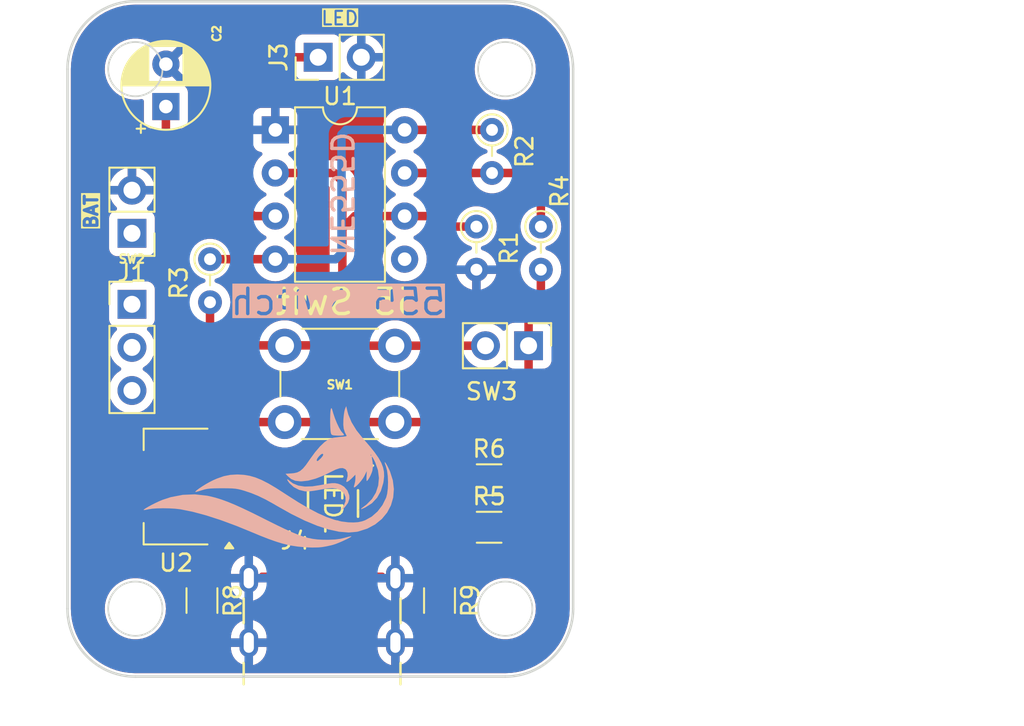
<source format=kicad_pcb>
(kicad_pcb (version 20240108) (generator "pcbnew") (generator_version "8.0")
  (layers (0 "F.Cu" signal) (31 "B.Cu" signal) (34 "B.Paste" user) (35 "F.Paste" user) (36 "B.SilkS" user "B.Silkscreen") (37 "F.SilkS" user "F.Silkscreen") (38 "B.Mask" user) (39 "F.Mask" user) (44 "Edge.Cuts" user))
  (net 0 "")
  (net 1 "Net-(C2-Pad1)")
  (net 2 "GND")
  (net 3 "Net-(U1-THR)")
  (net 4 "/VBAT")
  (net 5 "Net-(U1-DIS)")
  (net 7 "Net-(J4-CC1)")
  (net 8 "/VUSB")
  (net 9 "Net-(J3-Pin_1)")
  (net 10 "Net-(J4-CC2)")
  (net 11 "Net-(LED1-GND-Pad4)")
  (net 12 "/3V3")
  (net 13 "Net-(LED1-GND-Pad1)")
  (net 14 "VCC")
  (footprint "Package_TO_SOT_SMD:SOT-223-3_TabPin2" (layer "F.Cu") (at 116 115 180)
    (property "Reference" "U2" (at 0 -4.5 0) (layer "F.SilkS"))
    (property "Value" "AMS1117-3V3")
    (fp_line (start 1.91 3.41) (end 1.91 2.15) (stroke (width 0.12)) (layer "F.SilkS"))
    (fp_line (start 1.91 -3.41) (end 1.91 -2.15) (stroke (width 0.12)) (layer "F.SilkS"))
    (fp_line (start -1.85 3.41) (end 1.91 3.41) (stroke (width 0.12)) (layer "F.SilkS"))
    (fp_line (start -1.85 -3.41) (end 1.91 -3.41) (stroke (width 0.12)) (layer "F.SilkS"))
    (fp_poly (pts (xy -3.13 -3.31) (xy -3.37 -3.64) (xy -2.89 -3.64) (xy -3.13 -3.31)) (stroke (width 0.12)) (fill solid) (layer "F.SilkS"))
    (pad "1" smd roundrect (at -3.15 -2.3 180) (size 2 1.5) (layers "F.Cu" "F.Paste" "F.Mask") (net 8 "/VUSB"))
    (pad "2" smd roundrect (at -3.15 0 180) (size 2 1.5) (layers "F.Cu" "F.Paste" "F.Mask") (net 2 "GND"))
    (pad "2" smd roundrect (at 3.15 0 180) (size 2 3.8) (layers "F.Cu" "F.Paste" "F.Mask") (net 2 "GND"))
    (pad "3" smd roundrect (at -3.15 2.3 180) (size 2 1.5) (layers "F.Cu" "F.Paste" "F.Mask") (net 12 "/3V3"))
  )
  (footprint "Capacitor_THT:CP_Radial_D5.0mm_P2.50mm" (layer "F.Cu") (at 115.4 92.605113 90)
    (property "Reference" "C2" (at 4.3 3 -90) (layer "F.SilkS") (effects (font (size 0.5 0.5) (thickness 0.125))))
    (property "Value" "10uF")
    (fp_line (start 1.29 -2.58) (end 1.29 2.58) (stroke (width 0.12)) (layer "F.SilkS"))
    (fp_line (start 1.25 -2.58) (end 1.25 2.58) (stroke (width 0.12)) (layer "F.SilkS"))
    (fp_line (start 1.33 -2.579) (end 1.33 2.579) (stroke (width 0.12)) (layer "F.SilkS"))
    (fp_line (start 1.37 -2.578) (end 1.37 2.578) (stroke (width 0.12)) (layer "F.SilkS"))
    (fp_line (start 1.41 -2.576) (end 1.41 2.576) (stroke (width 0.12)) (layer "F.SilkS"))
    (fp_line (start 1.45 -2.573) (end 1.45 2.573) (stroke (width 0.12)) (layer "F.SilkS"))
    (fp_line (start 1.49 -2.569) (end 1.49 -1.04) (stroke (width 0.12)) (layer "F.SilkS"))
    (fp_line (start 1.53 -2.565) (end 1.53 -1.04) (stroke (width 0.12)) (layer "F.SilkS"))
    (fp_line (start 1.57 -2.561) (end 1.57 -1.04) (stroke (width 0.12)) (layer "F.SilkS"))
    (fp_line (start 1.61 -2.556) (end 1.61 -1.04) (stroke (width 0.12)) (layer "F.SilkS"))
    (fp_line (start 1.65 -2.55) (end 1.65 -1.04) (stroke (width 0.12)) (layer "F.SilkS"))
    (fp_line (start 1.69 -2.543) (end 1.69 -1.04) (stroke (width 0.12)) (layer "F.SilkS"))
    (fp_line (start 1.73 -2.536) (end 1.73 -1.04) (stroke (width 0.12)) (layer "F.SilkS"))
    (fp_line (start 1.77 -2.528) (end 1.77 -1.04) (stroke (width 0.12)) (layer "F.SilkS"))
    (fp_line (start 1.81 -2.52) (end 1.81 -1.04) (stroke (width 0.12)) (layer "F.SilkS"))
    (fp_line (start 1.85 -2.511) (end 1.85 -1.04) (stroke (width 0.12)) (layer "F.SilkS"))
    (fp_line (start 1.89 -2.501) (end 1.89 -1.04) (stroke (width 0.12)) (layer "F.SilkS"))
    (fp_line (start 1.93 -2.491) (end 1.93 -1.04) (stroke (width 0.12)) (layer "F.SilkS"))
    (fp_line (start 1.971 -2.48) (end 1.971 -1.04) (stroke (width 0.12)) (layer "F.SilkS"))
    (fp_line (start 2.011 -2.468) (end 2.011 -1.04) (stroke (width 0.12)) (layer "F.SilkS"))
    (fp_line (start 2.051 -2.455) (end 2.051 -1.04) (stroke (width 0.12)) (layer "F.SilkS"))
    (fp_line (start 2.091 -2.442) (end 2.091 -1.04) (stroke (width 0.12)) (layer "F.SilkS"))
    (fp_line (start 2.131 -2.428) (end 2.131 -1.04) (stroke (width 0.12)) (layer "F.SilkS"))
    (fp_line (start 2.171 -2.414) (end 2.171 -1.04) (stroke (width 0.12)) (layer "F.SilkS"))
    (fp_line (start 2.211 -2.398) (end 2.211 -1.04) (stroke (width 0.12)) (layer "F.SilkS"))
    (fp_line (start 2.251 -2.382) (end 2.251 -1.04) (stroke (width 0.12)) (layer "F.SilkS"))
    (fp_line (start 2.291 -2.365) (end 2.291 -1.04) (stroke (width 0.12)) (layer "F.SilkS"))
    (fp_line (start 2.331 -2.348) (end 2.331 -1.04) (stroke (width 0.12)) (layer "F.SilkS"))
    (fp_line (start 2.371 -2.329) (end 2.371 -1.04) (stroke (width 0.12)) (layer "F.SilkS"))
    (fp_line (start 2.411 -2.31) (end 2.411 -1.04) (stroke (width 0.12)) (layer "F.SilkS"))
    (fp_line (start 2.451 -2.29) (end 2.451 -1.04) (stroke (width 0.12)) (layer "F.SilkS"))
    (fp_line (start 2.491 -2.268) (end 2.491 -1.04) (stroke (width 0.12)) (layer "F.SilkS"))
    (fp_line (start 2.531 -2.247) (end 2.531 -1.04) (stroke (width 0.12)) (layer "F.SilkS"))
    (fp_line (start 2.571 -2.224) (end 2.571 -1.04) (stroke (width 0.12)) (layer "F.SilkS"))
    (fp_line (start 2.611 -2.2) (end 2.611 -1.04) (stroke (width 0.12)) (layer "F.SilkS"))
    (fp_line (start 2.651 -2.175) (end 2.651 -1.04) (stroke (width 0.12)) (layer "F.SilkS"))
    (fp_line (start 2.691 -2.149) (end 2.691 -1.04) (stroke (width 0.12)) (layer "F.SilkS"))
    (fp_line (start 2.731 -2.122) (end 2.731 -1.04) (stroke (width 0.12)) (layer "F.SilkS"))
    (fp_line (start 2.771 -2.095) (end 2.771 -1.04) (stroke (width 0.12)) (layer "F.SilkS"))
    (fp_line (start 2.811 -2.065) (end 2.811 -1.04) (stroke (width 0.12)) (layer "F.SilkS"))
    (fp_line (start 2.851 -2.035) (end 2.851 -1.04) (stroke (width 0.12)) (layer "F.SilkS"))
    (fp_line (start 2.891 -2.004) (end 2.891 -1.04) (stroke (width 0.12)) (layer "F.SilkS"))
    (fp_line (start 2.931 -1.971) (end 2.931 -1.04) (stroke (width 0.12)) (layer "F.SilkS"))
    (fp_line (start 2.971 -1.937) (end 2.971 -1.04) (stroke (width 0.12)) (layer "F.SilkS"))
    (fp_line (start 3.011 -1.901) (end 3.011 -1.04) (stroke (width 0.12)) (layer "F.SilkS"))
    (fp_line (start 3.051 -1.864) (end 3.051 -1.04) (stroke (width 0.12)) (layer "F.SilkS"))
    (fp_line (start 3.091 -1.826) (end 3.091 -1.04) (stroke (width 0.12)) (layer "F.SilkS"))
    (fp_line (start 3.131 -1.785) (end 3.131 -1.04) (stroke (width 0.12)) (layer "F.SilkS"))
    (fp_line (start 3.171 -1.743) (end 3.171 -1.04) (stroke (width 0.12)) (layer "F.SilkS"))
    (fp_line (start -1.304775 -1.725) (end -1.304775 -1.225) (stroke (width 0.12)) (layer "F.SilkS"))
    (fp_line (start 3.211 -1.699) (end 3.211 -1.04) (stroke (width 0.12)) (layer "F.SilkS"))
    (fp_line (start 3.251 -1.653) (end 3.251 -1.04) (stroke (width 0.12)) (layer "F.SilkS"))
    (fp_line (start 3.291 -1.605) (end 3.291 -1.04) (stroke (width 0.12)) (layer "F.SilkS"))
    (fp_line (start 3.331 -1.554) (end 3.331 -1.04) (stroke (width 0.12)) (layer "F.SilkS"))
    (fp_line (start 3.371 -1.5) (end 3.371 -1.04) (stroke (width 0.12)) (layer "F.SilkS"))
    (fp_line (start -1.554775 -1.475) (end -1.054775 -1.475) (stroke (width 0.12)) (layer "F.SilkS"))
    (fp_line (start 3.411 -1.443) (end 3.411 -1.04) (stroke (width 0.12)) (layer "F.SilkS"))
    (fp_line (start 3.451 -1.383) (end 3.451 -1.04) (stroke (width 0.12)) (layer "F.SilkS"))
    (fp_line (start 3.491 -1.319) (end 3.491 -1.04) (stroke (width 0.12)) (layer "F.SilkS"))
    (fp_line (start 3.531 -1.251) (end 3.531 -1.04) (stroke (width 0.12)) (layer "F.SilkS"))
    (fp_line (start 3.571 -1.178) (end 3.571 1.178) (stroke (width 0.12)) (layer "F.SilkS"))
    (fp_line (start 3.611 -1.098) (end 3.611 1.098) (stroke (width 0.12)) (layer "F.SilkS"))
    (fp_line (start 3.651 -1.011) (end 3.651 1.011) (stroke (width 0.12)) (layer "F.SilkS"))
    (fp_line (start 3.691 -0.915) (end 3.691 0.915) (stroke (width 0.12)) (layer "F.SilkS"))
    (fp_line (start 3.731 -0.805) (end 3.731 0.805) (stroke (width 0.12)) (layer "F.SilkS"))
    (fp_line (start 3.771 -0.677) (end 3.771 0.677) (stroke (width 0.12)) (layer "F.SilkS"))
    (fp_line (start 3.811 -0.518) (end 3.811 0.518) (stroke (width 0.12)) (layer "F.SilkS"))
    (fp_line (start 3.851 -0.284) (end 3.851 0.284) (stroke (width 0.12)) (layer "F.SilkS"))
    (fp_line (start 3.531 1.04) (end 3.531 1.251) (stroke (width 0.12)) (layer "F.SilkS"))
    (fp_line (start 3.491 1.04) (end 3.491 1.319) (stroke (width 0.12)) (layer "F.SilkS"))
    (fp_line (start 3.451 1.04) (end 3.451 1.383) (stroke (width 0.12)) (layer "F.SilkS"))
    (fp_line (start 3.411 1.04) (end 3.411 1.443) (stroke (width 0.12)) (layer "F.SilkS"))
    (fp_line (start 3.371 1.04) (end 3.371 1.5) (stroke (width 0.12)) (layer "F.SilkS"))
    (fp_line (start 3.331 1.04) (end 3.331 1.554) (stroke (width 0.12)) (layer "F.SilkS"))
    (fp_line (start 3.291 1.04) (end 3.291 1.605) (stroke (width 0.12)) (layer "F.SilkS"))
    (fp_line (start 3.251 1.04) (end 3.251 1.653) (stroke (width 0.12)) (layer "F.SilkS"))
    (fp_line (start 3.211 1.04) (end 3.211 1.699) (stroke (width 0.12)) (layer "F.SilkS"))
    (fp_line (start 3.171 1.04) (end 3.171 1.743) (stroke (width 0.12)) (layer "F.SilkS"))
    (fp_line (start 3.131 1.04) (end 3.131 1.785) (stroke (width 0.12)) (layer "F.SilkS"))
    (fp_line (start 3.091 1.04) (end 3.091 1.826) (stroke (width 0.12)) (layer "F.SilkS"))
    (fp_line (start 3.051 1.04) (end 3.051 1.864) (stroke (width 0.12)) (layer "F.SilkS"))
    (fp_line (start 3.011 1.04) (end 3.011 1.901) (stroke (width 0.12)) (layer "F.SilkS"))
    (fp_line (start 2.971 1.04) (end 2.971 1.937) (stroke (width 0.12)) (layer "F.SilkS"))
    (fp_line (start 2.931 1.04) (end 2.931 1.971) (stroke (width 0.12)) (layer "F.SilkS"))
    (fp_line (start 2.891 1.04) (end 2.891 2.004) (stroke (width 0.12)) (layer "F.SilkS"))
    (fp_line (start 2.851 1.04) (end 2.851 2.035) (stroke (width 0.12)) (layer "F.SilkS"))
    (fp_line (start 2.811 1.04) (end 2.811 2.065) (stroke (width 0.12)) (layer "F.SilkS"))
    (fp_line (start 2.771 1.04) (end 2.771 2.095) (stroke (width 0.12)) (layer "F.SilkS"))
    (fp_line (start 2.731 1.04) (end 2.731 2.122) (stroke (width 0.12)) (layer "F.SilkS"))
    (fp_line (start 2.691 1.04) (end 2.691 2.149) (stroke (width 0.12)) (layer "F.SilkS"))
    (fp_line (start 2.651 1.04) (end 2.651 2.175) (stroke (width 0.12)) (layer "F.SilkS"))
    (fp_line (start 2.611 1.04) (end 2.611 2.2) (stroke (width 0.12)) (layer "F.SilkS"))
    (fp_line (start 2.571 1.04) (end 2.571 2.224) (stroke (width 0.12)) (layer "F.SilkS"))
    (fp_line (start 2.531 1.04) (end 2.531 2.247) (stroke (width 0.12)) (layer "F.SilkS"))
    (fp_line (start 2.491 1.04) (end 2.491 2.268) (stroke (width 0.12)) (layer "F.SilkS"))
    (fp_line (start 2.451 1.04) (end 2.451 2.29) (stroke (width 0.12)) (layer "F.SilkS"))
    (fp_line (start 2.411 1.04) (end 2.411 2.31) (stroke (width 0.12)) (layer "F.SilkS"))
    (fp_line (start 2.371 1.04) (end 2.371 2.329) (stroke (width 0.12)) (layer "F.SilkS"))
    (fp_line (start 2.331 1.04) (end 2.331 2.348) (stroke (width 0.12)) (layer "F.SilkS"))
    (fp_line (start 2.291 1.04) (end 2.291 2.365) (stroke (width 0.12)) (layer "F.SilkS"))
    (fp_line (start 2.251 1.04) (end 2.251 2.382) (stroke (width 0.12)) (layer "F.SilkS"))
    (fp_line (start 2.211 1.04) (end 2.211 2.398) (stroke (width 0.12)) (layer "F.SilkS"))
    (fp_line (start 2.171 1.04) (end 2.171 2.414) (stroke (width 0.12)) (layer "F.SilkS"))
    (fp_line (start 2.131 1.04) (end 2.131 2.428) (stroke (width 0.12)) (layer "F.SilkS"))
    (fp_line (start 2.091 1.04) (end 2.091 2.442) (stroke (width 0.12)) (layer "F.SilkS"))
    (fp_line (start 2.051 1.04) (end 2.051 2.455) (stroke (width 0.12)) (layer "F.SilkS"))
    (fp_line (start 2.011 1.04) (end 2.011 2.468) (stroke (width 0.12)) (layer "F.SilkS"))
    (fp_line (start 1.971 1.04) (end 1.971 2.48) (stroke (width 0.12)) (layer "F.SilkS"))
    (fp_line (start 1.93 1.04) (end 1.93 2.491) (stroke (width 0.12)) (layer "F.SilkS"))
    (fp_line (start 1.89 1.04) (end 1.89 2.501) (stroke (width 0.12)) (layer "F.SilkS"))
    (fp_line (start 1.85 1.04) (end 1.85 2.511) (stroke (width 0.12)) (layer "F.SilkS"))
    (fp_line (start 1.81 1.04) (end 1.81 2.52) (stroke (width 0.12)) (layer "F.SilkS"))
    (fp_line (start 1.77 1.04) (end 1.77 2.528) (stroke (width 0.12)) (layer "F.SilkS"))
    (fp_line (start 1.73 1.04) (end 1.73 2.536) (stroke (width 0.12)) (layer "F.SilkS"))
    (fp_line (start 1.69 1.04) (end 1.69 2.543) (stroke (width 0.12)) (layer "F.SilkS"))
    (fp_line (start 1.65 1.04) (end 1.65 2.55) (stroke (width 0.12)) (layer "F.SilkS"))
    (fp_line (start 1.61 1.04) (end 1.61 2.556) (stroke (width 0.12)) (layer "F.SilkS"))
    (fp_line (start 1.57 1.04) (end 1.57 2.561) (stroke (width 0.12)) (layer "F.SilkS"))
    (fp_line (start 1.53 1.04) (end 1.53 2.565) (stroke (width 0.12)) (layer "F.SilkS"))
    (fp_line (start 1.49 1.04) (end 1.49 2.569) (stroke (width 0.12)) (layer "F.SilkS"))
    (fp_circle (center 1.25 0) (end 3.87 0) (stroke (width 0.12)) (fill none) (layer "F.SilkS"))
    (pad "1" thru_hole rect (at 0 0 90) (size 1.6 1.6) (drill 0.8) (layers "*.Cu" "*.Mask") (net 1 "Net-(C2-Pad1)"))
    (pad "2" thru_hole circle (at 2.5 0 90) (size 1.6 1.6) (drill 0.8) (layers "*.Cu" "*.Mask") (net 2 "GND"))
  )
  (footprint "Package_DIP:DIP-8_W7.62mm" (layer "F.Cu") (at 121.85 93.98)
    (property "Reference" "U1" (at 3.81 -1.98 0) (layer "F.SilkS"))
    (property "Value" "NE555D")
    (fp_line (start 1.16 -1.33) (end 1.16 8.95) (stroke (width 0.12)) (layer "F.SilkS"))
    (fp_line (start 1.16 8.95) (end 6.46 8.95) (stroke (width 0.12)) (layer "F.SilkS"))
    (fp_line (start 2.81 -1.33) (end 1.16 -1.33) (stroke (width 0.12)) (layer "F.SilkS"))
    (fp_line (start 6.46 -1.33) (end 4.81 -1.33) (stroke (width 0.12)) (layer "F.SilkS"))
    (fp_line (start 6.46 8.95) (end 6.46 -1.33) (stroke (width 0.12)) (layer "F.SilkS"))
    (fp_arc (start 4.81 -1.33) (mid 3.81 -0.33) (end 2.81 -1.33) (stroke (width 0.12)) (layer "F.SilkS"))
    (pad "1" thru_hole rect (at 0 0) (size 1.6 1.6) (drill 0.8) (layers "*.Cu" "*.Mask") (net 2 "GND"))
    (pad "2" thru_hole oval (at 0 2.54) (size 1.6 1.6) (drill 0.8) (layers "*.Cu" "*.Mask") (net 3 "Net-(U1-THR)"))
    (pad "3" thru_hole oval (at 0 5.08) (size 1.6 1.6) (drill 0.8) (layers "*.Cu" "*.Mask") (net 9 "Net-(J3-Pin_1)"))
    (pad "4" thru_hole oval (at 0 7.62) (size 1.6 1.6) (drill 0.8) (layers "*.Cu" "*.Mask") (net 14 "VCC"))
    (pad "5" thru_hole oval (at 7.62 7.62) (size 1.6 1.6) (drill 0.8) (layers "*.Cu" "*.Mask"))
    (pad "6" thru_hole oval (at 7.62 5.08) (size 1.6 1.6) (drill 0.8) (layers "*.Cu" "*.Mask") (net 3 "Net-(U1-THR)"))
    (pad "7" thru_hole oval (at 7.62 2.54) (size 1.6 1.6) (drill 0.8) (layers "*.Cu" "*.Mask") (net 5 "Net-(U1-DIS)"))
    (pad "8" thru_hole oval (at 7.62 0) (size 1.6 1.6) (drill 0.8) (layers "*.Cu" "*.Mask") (net 14 "VCC"))
  )
  (footprint "Resistor_THT:R_Axial_DIN0204_L3.6mm_D1.6mm_P2.54mm_Vertical" (layer "F.Cu") (at 137.5 99.68 -90)
    (property "Reference" "R4" (at -2.08 -1.1 90) (layer "F.SilkS"))
    (property "Value" "10k")
    (fp_line (start 0.92 0) (end 1.54 0) (stroke (width 0.12)) (layer "F.SilkS"))
    (fp_circle (center 0 0) (end 0.92 0) (stroke (width 0.12)) (fill none) (layer "F.SilkS"))
    (pad "1" thru_hole circle (at 0 0 270) (size 1.4 1.4) (drill 0.7) (layers "*.Cu" "*.Mask") (net 5 "Net-(U1-DIS)"))
    (pad "2" thru_hole oval (at 2.54 0 270) (size 1.4 1.4) (drill 0.7) (layers "*.Cu" "*.Mask") (net 1 "Net-(C2-Pad1)"))
  )
  (footprint "Resistor_SMD:R_1206_3216Metric_Pad1.30x1.75mm_HandSolder" (layer "F.Cu") (at 134.45 117.4)
    (property "Reference" "R5" (at 0 -1.82 360) (layer "F.SilkS"))
    (property "Value" "5k1")
    (fp_line (start -0.727064 -0.91) (end 0.727064 -0.91) (stroke (width 0.12)) (layer "F.SilkS"))
    (fp_line (start -0.727064 0.91) (end 0.727064 0.91) (stroke (width 0.12)) (layer "F.SilkS"))
    (pad "1" smd roundrect (at -1.55 0) (size 1.3 1.75) (layers "F.Cu" "F.Paste" "F.Mask") (roundrect_rratio 0.192308) (net 11 "Net-(LED1-GND-Pad4)"))
    (pad "2" smd roundrect (at 1.55 0) (size 1.3 1.75) (layers "F.Cu" "F.Paste" "F.Mask") (roundrect_rratio 0.192308) (net 2 "GND"))
  )
  (footprint "Connector_PinHeader_2.54mm:PinHeader_1x02_P2.54mm_Vertical" (layer "F.Cu") (at 113.4 100.075 180)
    (property "Reference" "J1" (at 0 -2.33 0) (layer "F.SilkS"))
    (property "Value" "3V3")
    (fp_line (start 1.33 1.27) (end 1.33 3.87) (stroke (width 0.12)) (layer "F.SilkS"))
    (fp_line (start -1.33 3.87) (end 1.33 3.87) (stroke (width 0.12)) (layer "F.SilkS"))
    (fp_line (start -1.33 1.27) (end 1.33 1.27) (stroke (width 0.12)) (layer "F.SilkS"))
    (fp_line (start -1.33 1.27) (end -1.33 3.87) (stroke (width 0.12)) (layer "F.SilkS"))
    (fp_line (start -1.33 0) (end -1.33 -1.33) (stroke (width 0.12)) (layer "F.SilkS"))
    (fp_line (start -1.33 -1.33) (end 0 -1.33) (stroke (width 0.12)) (layer "F.SilkS"))
    (pad "1" thru_hole rect (at 0 0 180) (size 1.7 1.7) (drill 1) (layers "*.Cu" "*.Mask") (net 4 "/VBAT"))
    (pad "2" thru_hole oval (at 0 2.54 180) (size 1.7 1.7) (drill 1) (layers "*.Cu" "*.Mask") (net 2 "GND"))
  )
  (footprint "Alexander Footprint Library:USB-C MOLEX 2171750001" (layer "F.Cu") (at 124.605 126.8)
    (property "Reference" "J4" (at -1.5875 -8.605 0) (layer "F.SilkS"))
    (property "Value" "USB-C_Receptacle_PowerOnly_6P_MOLEX-2171750001")
    (fp_line (start -4.62 -3.75) (end -4.62 -5.2) (stroke (width 0.15)) (layer "F.SilkS"))
    (fp_line (start -4.62 -0.15) (end -4.62 -1.4) (stroke (width 0.15)) (layer "F.SilkS"))
    (fp_line (start 4.62 -3.75) (end 4.62 -5.2) (stroke (width 0.15)) (layer "F.SilkS"))
    (fp_line (start 4.62 -0.15) (end 4.62 -1.4) (stroke (width 0.15)) (layer "F.SilkS"))
    (pad "A5" smd rect (at -0.5 -6.48) (size 0.7 1.2) (layers "F.Cu" "F.Paste") (net 7 "Net-(J4-CC1)"))
    (pad "A9" smd rect (at 1.52 -6.48) (size 0.76 1.2) (layers "F.Cu" "F.Paste") (net 8 "/VUSB"))
    (pad "A12" smd rect (at 2.75 -6.48) (size 0.8 1.2) (layers "F.Cu" "F.Paste") (net 2 "GND"))
    (pad "B5" smd rect (at 0.5 -6.48) (size 0.7 1.2) (layers "F.Cu" "F.Paste") (net 10 "Net-(J4-CC2)"))
    (pad "B9" smd rect (at -1.52 -6.48) (size 0.76 1.2) (layers "F.Cu" "F.Paste") (net 8 "/VUSB"))
    (pad "B12" smd rect (at -2.75 -6.48) (size 0.8 1.2) (layers "F.Cu" "F.Paste") (net 2 "GND"))
    (pad "S1" thru_hole oval (at -4.32 -2.6) (size 1.1 1.7) (drill oval 0.6 1.2) (layers "*.Cu" "*.Mask") (net 2 "GND"))
    (pad "S2" thru_hole oval (at 4.32 -2.6) (size 1.1 1.7) (drill oval 0.6 1.2) (layers "*.Cu" "*.Mask") (net 2 "GND"))
    (pad "S3" thru_hole oval (at -4.32 -6.4) (size 1.1 1.7) (drill oval 0.6 1.2) (layers "*.Cu" "*.Mask") (net 2 "GND"))
    (pad "S4" thru_hole oval (at 4.32 -6.4) (size 1.1 1.7) (drill oval 0.6 1.2) (layers "*.Cu" "*.Mask") (net 2 "GND"))
  )
  (footprint "Alexander Footprint Library:B1552_HVK-M" (layer "F.Cu") (at 125.249999 116.0002 -90)
    (property "Reference" "LED1" (at 0 0 -90) (layer "F.SilkS"))
    (property "Value" "LED-RED-GREEN-B1552USUG20D")
    (fp_line (start -0.777373 1.4732) (end 0.777373 1.4732) (stroke (width 0.1524)) (layer "F.SilkS"))
    (fp_line (start -0.777373 -1.4732) (end 0.777373 -1.4732) (stroke (width 0.1524)) (layer "F.SilkS"))
    (fp_text user "*" (at -2.2352 -1.8041 -90) (layer "F.SilkS"))
    (fp_text user "*" (at -2.2352 -1.8041 90) (layer "F.SilkS"))
    (pad "1" smd rect (at -1.6002 -0.750001 270) (size 1.1176 1.0414) (layers "F.Cu" "F.Paste" "F.Mask") (net 13 "Net-(LED1-GND-Pad1)"))
    (pad "2" smd rect (at -1.6002 0.750001 270) (size 1.1176 1.0414) (layers "F.Cu" "F.Paste" "F.Mask") (net 14 "VCC"))
    (pad "3" smd rect (at 1.6002 0.750001 270) (size 1.1176 1.0414) (layers "F.Cu" "F.Paste" "F.Mask") (net 12 "/3V3"))
    (pad "4" smd rect (at 1.6002 -0.750001 270) (size 1.1176 1.0414) (layers "F.Cu" "F.Paste" "F.Mask") (net 11 "Net-(LED1-GND-Pad4)"))
  )
  (footprint "Resistor_SMD:R_1206_3216Metric_Pad1.30x1.75mm_HandSolder" (layer "F.Cu") (at 117.525 121.72 -90)
    (property "Reference" "R8" (at 0 -1.82 90) (layer "F.SilkS"))
    (property "Value" "5K7")
    (fp_line (start -0.727064 0.91) (end 0.727064 0.91) (stroke (width 0.12)) (layer "F.SilkS"))
    (fp_line (start -0.727064 -0.91) (end 0.727064 -0.91) (stroke (width 0.12)) (layer "F.SilkS"))
    (pad "1" smd roundrect (at -1.55 0 270) (size 1.3 1.75) (layers "F.Cu" "F.Paste" "F.Mask") (roundrect_rratio 0.192308) (net 2 "GND"))
    (pad "2" smd roundrect (at 1.55 0 270) (size 1.3 1.75) (layers "F.Cu" "F.Paste" "F.Mask") (roundrect_rratio 0.192308) (net 7 "Net-(J4-CC1)"))
  )
  (footprint "Connector_PinHeader_2.54mm:PinHeader_1x03_P2.54mm_Vertical" (layer "F.Cu") (at 113.4 104.26)
    (property "Reference" "SW2" (at -0.008 -2.672 0) (layer "F.SilkS") (effects (font (size 0.5 0.5) (thickness 0.125))))
    (property "Value" "SW_SPDT")
    (fp_line (start -1.33 -1.33) (end 0 -1.33) (stroke (width 0.12)) (layer "F.SilkS"))
    (fp_line (start -1.33 0) (end -1.33 -1.33) (stroke (width 0.12)) (layer "F.SilkS"))
    (fp_line (start -1.33 1.27) (end -1.33 6.41) (stroke (width 0.12)) (layer "F.SilkS"))
    (fp_line (start -1.33 1.27) (end 1.33 1.27) (stroke (width 0.12)) (layer "F.SilkS"))
    (fp_line (start -1.33 6.41) (end 1.33 6.41) (stroke (width 0.12)) (layer "F.SilkS"))
    (fp_line (start 1.33 1.27) (end 1.33 6.41) (stroke (width 0.12)) (layer "F.SilkS"))
    (pad "1" thru_hole rect (at 0 0) (size 1.7 1.7) (drill 1) (layers "*.Cu" "*.Mask") (net 4 "/VBAT"))
    (pad "2" thru_hole oval (at 0 2.54) (size 1.7 1.7) (drill 1) (layers "*.Cu" "*.Mask") (net 14 "VCC"))
    (pad "3" thru_hole oval (at 0 5.08) (size 1.7 1.7) (drill 1) (layers "*.Cu" "*.Mask") (net 12 "/3V3"))
  )
  (footprint "Resistor_SMD:R_1206_3216Metric_Pad1.30x1.75mm_HandSolder" (layer "F.Cu") (at 134.45 114.6)
    (property "Reference" "R6" (at 0 -1.82 0) (layer "F.SilkS"))
    (property "Value" "5k1")
    (fp_line (start -0.727064 -0.91) (end 0.727064 -0.91) (stroke (width 0.12)) (layer "F.SilkS"))
    (fp_line (start -0.727064 0.91) (end 0.727064 0.91) (stroke (width 0.12)) (layer "F.SilkS"))
    (pad "1" smd roundrect (at -1.55 0) (size 1.3 1.75) (layers "F.Cu" "F.Paste" "F.Mask") (roundrect_rratio 0.192308) (net 13 "Net-(LED1-GND-Pad1)"))
    (pad "2" smd roundrect (at 1.55 0) (size 1.3 1.75) (layers "F.Cu" "F.Paste" "F.Mask") (roundrect_rratio 0.192308) (net 2 "GND"))
  )
  (footprint "Resistor_SMD:R_1206_3216Metric_Pad1.30x1.75mm_HandSolder" (layer "F.Cu") (at 131.525 121.72 -90)
    (property "Reference" "R9" (at 0 -1.82 90) (layer "F.SilkS"))
    (property "Value" "5K7")
    (fp_line (start -0.727064 0.91) (end 0.727064 0.91) (stroke (width 0.12)) (layer "F.SilkS"))
    (fp_line (start -0.727064 -0.91) (end 0.727064 -0.91) (stroke (width 0.12)) (layer "F.SilkS"))
    (pad "1" smd roundrect (at -1.55 0 270) (size 1.3 1.75) (layers "F.Cu" "F.Paste" "F.Mask") (roundrect_rratio 0.192308) (net 2 "GND"))
    (pad "2" smd roundrect (at 1.55 0 270) (size 1.3 1.75) (layers "F.Cu" "F.Paste" "F.Mask") (roundrect_rratio 0.192308) (net 10 "Net-(J4-CC2)"))
  )
  (footprint "Resistor_THT:R_Axial_DIN0204_L3.6mm_D1.6mm_P2.54mm_Vertical" (layer "F.Cu") (at 133.7 99.68 -90)
    (property "Reference" "R1" (at 1.27 -1.92 90) (layer "F.SilkS"))
    (property "Value" "10k")
    (fp_line (start 0.92 0) (end 1.54 0) (stroke (width 0.12)) (layer "F.SilkS"))
    (fp_circle (center 0 0) (end 0.92 0) (stroke (width 0.12)) (fill none) (layer "F.SilkS"))
    (pad "1" thru_hole circle (at 0 0 270) (size 1.4 1.4) (drill 0.7) (layers "*.Cu" "*.Mask") (net 3 "Net-(U1-THR)"))
    (pad "2" thru_hole oval (at 2.54 0 270) (size 1.4 1.4) (drill 0.7) (layers "*.Cu" "*.Mask") (net 2 "GND"))
  )
  (footprint "Resistor_THT:R_Axial_DIN0204_L3.6mm_D1.6mm_P2.54mm_Vertical" (layer "F.Cu") (at 134.62 93.98 -90)
    (property "Reference" "R2" (at 1.27 -1.92 90) (layer "F.SilkS"))
    (property "Value" "10k")
    (fp_line (start 0.92 0) (end 1.54 0) (stroke (width 0.12)) (layer "F.SilkS"))
    (fp_circle (center 0 0) (end 0.92 0) (stroke (width 0.12)) (fill none) (layer "F.SilkS"))
    (pad "1" thru_hole circle (at 0 0 270) (size 1.4 1.4) (drill 0.7) (layers "*.Cu" "*.Mask") (net 14 "VCC"))
    (pad "2" thru_hole oval (at 2.54 0 270) (size 1.4 1.4) (drill 0.7) (layers "*.Cu" "*.Mask") (net 5 "Net-(U1-DIS)"))
  )
  (footprint "Connector_PinHeader_2.54mm:PinHeader_1x02_P2.54mm_Vertical" (layer "F.Cu") (at 124.375 89.7 90)
    (property "Reference" "J3" (at 0 -2.33 -90) (layer "F.SilkS"))
    (property "Value" "OUT")
    (fp_line (start -1.33 -1.33) (end 0 -1.33) (stroke (width 0.12)) (layer "F.SilkS"))
    (fp_line (start -1.33 0) (end -1.33 -1.33) (stroke (width 0.12)) (layer "F.SilkS"))
    (fp_line (start 1.33 1.27) (end 1.33 3.87) (stroke (width 0.12)) (layer "F.SilkS"))
    (fp_line (start -1.33 1.27) (end 1.33 1.27) (stroke (width 0.12)) (layer "F.SilkS"))
    (fp_line (start -1.33 1.27) (end -1.33 3.87) (stroke (width 0.12)) (layer "F.SilkS"))
    (fp_line (start -1.33 3.87) (end 1.33 3.87) (stroke (width 0.12)) (layer "F.SilkS"))
    (pad "1" thru_hole rect (at 0 0 90) (size 1.7 1.7) (drill 1) (layers "*.Cu" "*.Mask") (net 9 "Net-(J3-Pin_1)"))
    (pad "2" thru_hole oval (at 0 2.54 90) (size 1.7 1.7) (drill 1) (layers "*.Cu" "*.Mask") (net 2 "GND"))
  )
  (footprint "Connector_PinHeader_2.54mm:PinHeader_1x02_P2.54mm_Vertical" (layer "F.Cu") (at 136.775 106.7 -90)
    (property "Reference" "SW3" (at 2.7 2.175 0) (layer "F.SilkS"))
    (property "Value" "SW_Reed")
    (fp_line (start -1.33 3.87) (end 1.33 3.87) (stroke (width 0.12)) (layer "F.SilkS"))
    (fp_line (start -1.33 1.27) (end -1.33 3.87) (stroke (width 0.12)) (layer "F.SilkS"))
    (fp_line (start -1.33 1.27) (end 1.33 1.27) (stroke (width 0.12)) (layer "F.SilkS"))
    (fp_line (start 1.33 1.27) (end 1.33 3.87) (stroke (width 0.12)) (layer "F.SilkS"))
    (fp_line (start -1.33 0) (end -1.33 -1.33) (stroke (width 0.12)) (layer "F.SilkS"))
    (fp_line (start -1.33 -1.33) (end 0 -1.33) (stroke (width 0.12)) (layer "F.SilkS"))
    (pad "1" thru_hole rect (at 0 0 270) (size 1.7 1.7) (drill 1) (layers "*.Cu" "*.Mask") (net 1 "Net-(C2-Pad1)"))
    (pad "2" thru_hole oval (at 0 2.54 270) (size 1.7 1.7) (drill 1) (layers "*.Cu" "*.Mask") (net 3 "Net-(U1-THR)"))
  )
  (footprint "Resistor_THT:R_Axial_DIN0204_L3.6mm_D1.6mm_P2.54mm_Vertical" (layer "F.Cu") (at 118 101.6 -90)
    (property "Reference" "R3" (at 1.4 1.84 90) (layer "F.SilkS"))
    (property "Value" "10k")
    (fp_line (start 0.92 0) (end 1.54 0) (stroke (width 0.12)) (layer "F.SilkS"))
    (fp_circle (center 0 0) (end 0.92 0) (stroke (width 0.12)) (fill none) (layer "F.SilkS"))
    (pad "1" thru_hole circle (at 0 0 270) (size 1.4 1.4) (drill 0.7) (layers "*.Cu" "*.Mask") (net 14 "VCC"))
    (pad "2" thru_hole oval (at 2.54 0 270) (size 1.4 1.4) (drill 0.7) (layers "*.Cu" "*.Mask") (net 3 "Net-(U1-THR)"))
  )
  (footprint "Button_Switch_THT:SW_PUSH_6mm" (layer "F.Cu") (at 122.4 106.7)
    (property "Reference" "SW1" (at 3.25 2.3 0) (layer "F.SilkS") (effects (font (size 0.5 0.5) (thickness 0.125))))
    (property "Value" "SW_Push")
    (fp_line (start -0.25 1.5) (end -0.25 3) (stroke (width 0.12)) (layer "F.SilkS"))
    (fp_line (start 1 5.5) (end 5.5 5.5) (stroke (width 0.12)) (layer "F.SilkS"))
    (fp_line (start 5.5 -1) (end 1 -1) (stroke (width 0.12)) (layer "F.SilkS"))
    (fp_line (start 6.75 3) (end 6.75 1.5) (stroke (width 0.12)) (layer "F.SilkS"))
    (pad "1" thru_hole circle (at 0 0 90) (size 2 2) (drill 1.1) (layers "*.Cu" "*.Mask") (net 3 "Net-(U1-THR)"))
    (pad "1" thru_hole circle (at 6.5 0 90) (size 2 2) (drill 1.1) (layers "*.Cu" "*.Mask") (net 3 "Net-(U1-THR)"))
    (pad "2" thru_hole circle (at 0 4.5 90) (size 2 2) (drill 1.1) (layers "*.Cu" "*.Mask") (net 1 "Net-(C2-Pad1)"))
    (pad "2" thru_hole circle (at 6.5 4.5 90) (size 2 2) (drill 1.1) (layers "*.Cu" "*.Mask") (net 1 "Net-(C2-Pad1)"))
  )
  (footprint "LOGO" (layer "B.Cu") (at 121.4 114.4 180)
    (property "Reference" "G***" (hide yes))
    (property "Value" "LOGO" (hide yes))
    (fp_poly (pts (xy -5.335668 -1.973085) (xy -5.363457 -2.000875) (xy -5.391247 -1.973085) (xy -5.363457 -1.945295)) (fill solid) (layer "B.SilkS"))
    (fp_poly (pts (xy -3.72712 3.989192) (xy -3.720697 3.973961) (xy -3.701102 3.866879) (xy -3.687804 3.678866) (xy -3.680882 3.439975) (xy -3.680421 3.180261) (xy -3.686502 2.929778) (xy -3.699208 2.718581) (xy -3.716893 2.584464) (xy -3.741095 2.495828) (xy -3.784399 2.444513) (xy -3.873902 2.418422) (xy -4.036701 2.405456) (xy -4.127166 2.40129) (xy -4.314775 2.400001) (xy -4.449213 2.412314) (xy -4.501944 2.435572) (xy -4.501969 2.436169) (xy -4.463752 2.510156) (xy -4.414064 2.560438) (xy -4.317104 2.679269) (xy -4.202066 2.879038) (xy -4.080896 3.133656) (xy -3.965538 3.417032) (xy -3.867936 3.703076) (xy -3.83055 3.835011) (xy -3.788365 3.978468) (xy -3.75726 4.025597)) (fill solid) (layer "B.SilkS"))
    (fp_poly (pts (xy -1.16813 -0.243105) (xy -1.254216 -0.368794) (xy -1.28983 -0.413219) (xy -1.537879 -0.635483) (xy -1.849965 -0.79747) (xy -2.187325 -0.881187) (xy -2.314341 -0.888735) (xy -2.497037 -0.877155) (xy -2.746282 -0.845689) (xy -3.020446 -0.800025) (xy -3.14804 -0.774864) (xy -3.516275 -0.710602) (xy -3.805925 -0.692046) (xy -4.04028 -0.720434) (xy -4.242632 -0.797) (xy -4.312229 -0.836658) (xy -4.497239 -1.008267) (xy -4.588805 -1.225532) (xy -4.584459 -1.470239) (xy -4.481739 -1.724177) (xy -4.44078 -1.786433) (xy -4.359302 -1.917364) (xy -4.351943 -1.969709) (xy -4.412174 -1.941384) (xy -4.533468 -1.830304) (xy -4.544045 -1.819408) (xy -4.734665 -1.563229) (xy -4.815304 -1.302684) (xy -4.806573 -1.114052) (xy -4.700145 -0.833593) (xy -4.503297 -0.610752) (xy -4.312939 -0.494963) (xy -4.14564 -0.432054) (xy -3.973801 -0.400998) (xy -3.772034 -0.401933) (xy -3.514951 -0.434994) (xy -3.177163 -0.500319) (xy -3.173511 -0.501089) (xy -2.63863 -0.587136) (xy -2.183217 -0.60137) (xy -1.801259 -0.543037) (xy -1.486742 -0.411382) (xy -1.292451 -0.264967) (xy -1.187436 -0.180532) (xy -1.145933 -0.176798)) (fill solid) (layer "B.SilkS"))
    (fp_poly (pts (xy 5.006815 -1.088445) (xy 5.716318 -1.225058) (xy 6.200827 -1.383806) (xy 6.403664 -1.468934) (xy 6.626548 -1.573239) (xy 6.848558 -1.685444) (xy 7.048775 -1.794268) (xy 7.20628 -1.888432) (xy 7.300154 -1.956656) (xy 7.315527 -1.984838) (xy 7.254956 -1.98449) (xy 7.122033 -1.961789) (xy 7.024333 -1.940189) (xy 6.806471 -1.906915) (xy 6.509925 -1.886858) (xy 6.16638 -1.879979) (xy 5.807519 -1.886237) (xy 5.465025 -1.905592) (xy 5.170583 -1.938004) (xy 5.141138 -1.942582) (xy 4.426362 -2.086382) (xy 3.63366 -2.298797) (xy 2.770609 -2.57741) (xy 1.844784 -2.919804) (xy 1.010836 -3.260583) (xy 0.441355 -3.497514) (xy -0.046623 -3.688235) (xy -0.469864 -3.838501) (xy -0.845133 -3.954062) (xy -1.189195 -4.040673) (xy -1.371928 -4.078191) (xy -1.768371 -4.138227) (xy -2.195636 -4.177783) (xy -2.616347 -4.195041) (xy -2.993123 -4.188182) (xy -3.212913 -4.167752) (xy -3.467108 -4.123955) (xy -3.736305 -4.064944) (xy -3.876552 -4.027934) (xy -4.038283 -3.972815) (xy -4.23561 -3.893936) (xy -4.4451 -3.802307) (xy -4.643316 -3.708932) (xy -4.806823 -3.624819) (xy -4.912187 -3.560974) (xy -4.93761 -3.529586) (xy -4.878362 -3.533932) (xy -4.740991 -3.564298) (xy -4.553715 -3.61434) (xy -4.52896 -3.621444) (xy -4.263761 -3.683348) (xy -3.968882 -3.720103) (xy -3.608736 -3.735703) (xy -3.501532 -3.73678) (xy -3.19922 -3.733182) (xy -2.919835 -3.716451) (xy -2.650591 -3.682285) (xy -2.378702 -3.626385) (xy -2.091382 -3.544451) (xy -1.775843 -3.432183) (xy -1.419301 -3.28528) (xy -1.008967 -3.099444) (xy -0.532057 -2.870373) (xy 0.024217 -2.593769) (xy 0.277899 -2.465774) (xy 0.908788 -2.151193) (xy 1.457458 -1.888515) (xy 1.937016 -1.672463) (xy 2.360572 -1.497764) (xy 2.741233 -1.359144) (xy 3.092107 -1.251328) (xy 3.426303 -1.169041) (xy 3.575896 -1.138716) (xy 4.289098 -1.059268)) (fill solid) (layer "B.SilkS"))
    (fp_poly (pts (xy -6.905998 0.758162) (xy -6.962759 0.600951) (xy -7.033118 0.344256) (xy -7.076378 0.016472) (xy -7.092183 -0.34585) (xy -7.080174 -0.706159) (xy -7.039992 -1.027906) (xy -6.980883 -1.250547) (xy -6.763375 -1.690507) (xy -6.474123 -2.069435) (xy -6.127243 -2.373404) (xy -5.73685 -2.588488) (xy -5.563615 -2.648878) (xy -5.327801 -2.699081) (xy -5.056923 -2.71721) (xy -4.755393 -2.708697) (xy -4.35446 -2.660239) (xy -3.927847 -2.556931) (xy -3.466953 -2.394884) (xy -2.963179 -2.17021) (xy -2.407923 -1.879024) (xy -1.792584 -1.517437) (xy -1.108562 -1.081562) (xy -1.0071 -1.01457) (xy -0.492206 -0.683257) (xy -0.044687 -0.419341) (xy 0.351284 -0.216499) (xy 0.71153 -0.068411) (xy 1.051879 0.031245) (xy 1.388155 0.088791) (xy 1.736184 0.110546) (xy 1.811196 0.11116) (xy 2.209545 0.08793) (xy 2.587906 0.011875) (xy 2.985773 -0.126555) (xy 3.220465 -0.229596) (xy 3.426096 -0.333288) (xy 3.645126 -0.457079) (xy 3.857915 -0.588021) (xy 4.044822 -0.71317) (xy 4.186205 -0.819577) (xy 4.262422 -0.894296) (xy 4.267621 -0.919833) (xy 4.208774 -0.913924) (xy 4.073957 -0.878799) (xy 3.892101 -0.822016) (xy 3.888205 -0.820718) (xy 3.725225 -0.77192) (xy 3.56218 -0.738179) (xy 3.373334 -0.71692) (xy 3.132947 -0.705567) (xy 2.815283 -0.701544) (xy 2.695624 -0.701384) (xy 2.35618 -0.703448) (xy 2.098843 -0.711561) (xy 1.894597 -0.729039) (xy 1.714421 -0.7592) (xy 1.529299 -0.805361) (xy 1.367243 -0.853246) (xy 0.950955 -0.993823) (xy 0.547075 -1.159732) (xy 0.126735 -1.364384) (xy -0.338935 -1.621188) (xy -0.542279 -1.74028) (xy -1.387822 -2.215648) (xy -2.179537 -2.606384) (xy -2.915301 -2.911815) (xy -3.59299 -3.131273) (xy -4.210479 -3.264085) (xy -4.765643 -3.30958) (xy -5.256358 -3.267087) (xy -5.328395 -3.252158) (xy -5.86764 -3.080586) (xy -6.335668 -2.830855) (xy -6.727607 -2.512655) (xy -7.038587 -2.135675) (xy -7.263735 -1.709605) (xy -7.39818 -1.244134) (xy -7.437052 -0.748952) (xy -7.375479 -0.233748) (xy -7.20859 0.291789) (xy -7.162597 0.396304) (xy -7.060917 0.603512) (xy -6.977088 0.750807) (xy -6.918438 0.830684) (xy -6.892299 0.835638)) (fill solid) (layer "B.SilkS"))
    (fp_poly (pts (xy -4.556503 3.973961) (xy -4.520533 3.840385) (xy -4.487756 3.634631) (xy -4.464038 3.395647) (xy -4.460134 3.333896) (xy -4.454225 3.038515) (xy -4.480237 2.807976) (xy -4.54713 2.598354) (xy -4.654092 2.383309) (xy -4.612375 2.364187) (xy -4.484682 2.344093) (xy -4.2961 2.32668) (xy -4.240174 2.323042) (xy -3.873323 2.277556) (xy -3.602294 2.191422) (xy -3.584521 2.182588) (xy -3.348899 2.020904) (xy -3.082371 1.766082) (xy -2.794532 1.428501) (xy -2.49498 1.018542) (xy -2.458084 0.964056) (xy -2.251081 0.669692) (xy -2.075655 0.459558) (xy -1.912351 0.319129) (xy -1.741716 0.23388) (xy -1.544295 0.189288) (xy -1.402354 0.175843) (xy -1.049214 0.153357) (xy -1.17767 0.015818) (xy -1.384103 -0.158726) (xy -1.620776 -0.258269) (xy -1.91889 -0.294599) (xy -2.000875 -0.295241) (xy -2.386755 -0.252234) (xy -2.829533 -0.133031) (xy -3.31108 0.056544) (xy -3.709428 0.253548) (xy -4.010174 0.401117) (xy -4.241961 0.478647) (xy -4.420301 0.48836) (xy -4.560706 0.432478) (xy -4.618459 0.38373) (xy -4.698395 0.231726) (xy -4.711815 0.024236) (xy -4.657293 -0.20412) (xy -4.643968 -0.236214) (xy -4.627839 -0.319252) (xy -4.677618 -0.328735) (xy -4.78048 -0.269581) (xy -4.9236 -0.146704) (xy -4.953147 -0.117698) (xy -5.168928 0.098082) (xy -5.168928 -0.11408) (xy -5.153411 -0.299881) (xy -5.115666 -0.465845) (xy -5.111793 -0.476519) (xy -5.078233 -0.591861) (xy -5.07906 -0.651197) (xy -5.13753 -0.639037) (xy -5.240535 -0.557561) (xy -5.368361 -0.428161) (xy -5.501289 -0.27223) (xy -5.619604 -0.11116) (xy -5.6963 0.018497) (xy -5.838743 0.305689) (xy -5.82342 0.013861) (xy -5.819631 -0.148953) (xy -5.826307 -0.2547) (xy -5.835886 -0.277554) (xy -5.89623 -0.229792) (xy -5.977644 -0.108472) (xy -6.063382 0.055435) (xy -6.136699 0.230957) (xy -6.171345 0.342865) (xy -6.207717 0.632127) (xy -6.178753 0.870168) (xy -6.149992 1.029127) (xy -6.140164 1.13666) (xy -6.144537 1.160875) (xy -6.177076 1.12602) (xy -6.241939 1.0129) (xy -6.326013 0.844699) (xy -6.339244 0.816636) (xy -6.49792 0.360813) (xy -6.554463 -0.096231) (xy -6.512178 -0.540542) (xy -6.374371 -0.958169) (xy -6.144345 -1.335159) (xy -5.825407 -1.657561) (xy -5.737359 -1.724292) (xy -5.56755 -1.851199) (xy -5.4929 -1.920809) (xy -5.513486 -1.933402) (xy -5.629383 -1.889262) (xy -5.764656 -1.826023) (xy -6.144627 -1.582948) (xy -6.447032 -1.261132) (xy -6.670071 -0.86317) (xy -6.811949 -0.391655) (xy -6.830695 -0.28709) (xy -6.861483 -0.001007) (xy -6.853395 0.266591) (xy -6.800141 0.528729) (xy -6.695433 0.798433) (xy -6.53298 1.088728) (xy -6.419832 1.250547) (xy -6.113786 1.250547) (xy -6.085996 1.222757) (xy -6.058206 1.250547) (xy -6.085996 1.278337) (xy -6.113786 1.250547) (xy -6.419832 1.250547) (xy -6.384164 1.301558) (xy -3.276553 1.301558) (xy -3.249487 1.2128) (xy -3.144391 1.080121) (xy -3.116748 1.051742) (xy -2.989426 0.933278) (xy -2.919109 0.895195) (xy -2.891998 0.932181) (xy -2.890153 0.964532) (xy -2.927111 1.055442) (xy -3.015279 1.172388) (xy -3.120597 1.277341) (xy -3.209007 1.332273) (xy -3.220979 1.333917) (xy -3.276553 1.301558) (xy -6.384164 1.301558) (xy -6.306493 1.41264) (xy -6.009684 1.783195) (xy -5.636262 2.213417) (xy -5.608104 2.244971) (xy -5.233172 2.714919) (xy -4.945024 3.185268) (xy -4.751728 3.642009) (xy -4.703359 3.815277) (xy -4.626773 4.1407)) (fill solid) (layer "B.SilkS"))
  )
  (gr_line (start 113.6 86.4) (end 135.4 86.4) (stroke (width 0.15)) (layer "Edge.Cuts"))
  (gr_line (start 135.4 126.2) (end 113.6 126.2) (stroke (width 0.15)) (layer "Edge.Cuts"))
  (gr_arc (start 135.4 86.4) (mid 138.228427 87.571573) (end 139.4 90.4) (stroke (width 0.15)) (layer "Edge.Cuts"))
  (gr_arc (start 113.6 126.2) (mid 110.771573 125.028427) (end 109.6 122.2) (stroke (width 0.15)) (layer "Edge.Cuts"))
  (gr_circle (center 113.6 122.2) (end 113.6 120.6) (stroke (width 0.1)) (fill none) (layer "Edge.Cuts"))
  (gr_line (start 139.4 90.4) (end 139.4 122.2) (stroke (width 0.15)) (layer "Edge.Cuts"))
  (gr_line (start 109.6 122.2) (end 109.6 90.4) (stroke (width 0.15)) (layer "Edge.Cuts"))
  (gr_circle (center 113.6 90.4) (end 113.6 88.8) (stroke (width 0.1)) (fill none) (layer "Edge.Cuts"))
  (gr_arc (start 139.4 122.2) (mid 138.228427 125.028427) (end 135.4 126.2) (stroke (width 0.15)) (layer "Edge.Cuts"))
  (gr_circle (center 135.4 90.4) (end 135.4 88.8) (stroke (width 0.1)) (fill none) (layer "Edge.Cuts"))
  (gr_circle (center 135.4 122.2) (end 135.4 120.6) (stroke (width 0.1)) (fill none) (layer "Edge.Cuts"))
  (gr_arc (start 109.6 90.4) (mid 110.771573 87.571573) (end 113.6 86.4) (stroke (width 0.15)) (layer "Edge.Cuts"))
  (gr_text "NE555D" (at 125.75 97.75 270) (layer "B.SilkS") (effects (font (size 1.25 1.25) (thickness 0.2) (bold yes)) (justify mirror)))
  (gr_text "555 Switch" (at 132 105 0) (layer "B.SilkS" knockout) (effects (font (size 1.5 1.5) (thickness 0.2) (bold yes)) (justify left bottom mirror)))
  (gr_text "BAT" (at 111 98.8 90) (layer "F.SilkS" knockout) (effects (font (size 0.75 0.75) (thickness 0.1875) (bold yes))))
  (gr_text "ON / OFF" (at 121.8 104.6 0) (layer "F.SilkS" knockout) (effects (font (size 1 1) (thickness 0.2) (bold yes)) (justify left bottom)))
  (gr_text "LED" (at 125.65 87.4 0) (layer "F.SilkS" knockout) (effects (font (size 0.8 0.8) (thickness 0.125) (bold yes))))
  (segment (start 115.4 94.8) (end 116.2 95.6) (width 0.5) (layer "F.Cu") (net 1))
  (segment (start 137.5 103.9) (end 137.5 102.22) (width 0.5) (layer "F.Cu") (net 1))
  (segment (start 136.775 110.525) (end 136.775 106.7) (width 0.5) (layer "F.Cu") (net 1))
  (segment (start 120.8 111.2) (end 122.4 111.2) (width 0.5) (layer "F.Cu") (net 1))
  (segment (start 136.775 106.7) (end 136.775 104.625) (width 0.5) (layer "F.Cu") (net 1))
  (segment (start 116.2 95.6) (end 116.2 106.6) (width 0.5) (layer "F.Cu") (net 1))
  (segment (start 136.775 104.625) (end 137.5 103.9) (width 0.5) (layer "F.Cu") (net 1))
  (segment (start 128.9 111.2) (end 136.1 111.2) (width 0.5) (layer "F.Cu") (net 1))
  (segment (start 136.1 111.2) (end 136.775 110.525) (width 0.5) (layer "F.Cu") (net 1))
  (segment (start 116.2 106.6) (end 120.8 111.2) (width 0.5) (layer "F.Cu") (net 1))
  (segment (start 122.4 111.2) (end 128.9 111.2) (width 0.5) (layer "F.Cu") (net 1))
  (segment (start 115.4 92.605113) (end 115.4 94.8) (width 0.5) (layer "F.Cu") (net 1))
  (segment (start 118 105.9) (end 118 104.14) (width 0.5) (layer "F.Cu") (net 3))
  (segment (start 128.9 106.7) (end 134.235 106.7) (width 0.5) (layer "F.Cu") (net 3))
  (segment (start 125.8 99.8) (end 125.8 106.08) (width 0.5) (layer "F.Cu") (net 3))
  (segment (start 125.8 97) (end 125.8 99.8) (width 0.5) (layer "F.Cu") (net 3))
  (segment (start 129.54 99.06) (end 126.54 99.06) (width 0.5) (layer "F.Cu") (net 3))
  (segment (start 125.8 106.08) (end 125.2 106.68) (width 0.5) (layer "F.Cu") (net 3))
  (segment (start 118.78 106.68) (end 118 105.9) (width 0.5) (layer "F.Cu") (net 3))
  (segment (start 131.88 99.68) (end 133.7 99.68) (width 0.5) (layer "F.Cu") (net 3))
  (segment (start 129.54 99.06) (end 131.26 99.06) (width 0.5) (layer "F.Cu") (net 3))
  (segment (start 127.29 106.68) (end 127.31 106.7) (width 0.5) (layer "F.Cu") (net 3))
  (segment (start 127.31 106.7) (end 128.9 106.7) (width 0.5) (layer "F.Cu") (net 3))
  (segment (start 125.32 96.52) (end 125.8 97) (width 0.5) (layer "F.Cu") (net 3))
  (segment (start 125.2 106.68) (end 118.78 106.68) (width 0.5) (layer "F.Cu") (net 3))
  (segment (start 121.92 96.52) (end 125.32 96.52) (width 0.5) (layer "F.Cu") (net 3))
  (segment (start 125.2 106.68) (end 127.29 106.68) (width 0.5) (layer "F.Cu") (net 3))
  (segment (start 131.26 99.06) (end 131.88 99.68) (width 0.5) (layer "F.Cu") (net 3))
  (segment (start 126.54 99.06) (end 125.8 99.8) (width 0.5) (layer "F.Cu") (net 3))
  (segment (start 129.54 96.52) (end 134.62 96.52) (width 0.5) (layer "F.Cu") (net 5))
  (segment (start 137.5 97.4) (end 137.5 99.68) (width 0.5) (layer "F.Cu") (net 5))
  (segment (start 136.62 96.52) (end 137.5 97.4) (width 0.5) (layer "F.Cu") (net 5))
  (segment (start 134.62 96.52) (end 136.62 96.52) (width 0.5) (layer "F.Cu") (net 5))
  (segment (start 119.6 98.1) (end 119.6 90.6) (width 0.5) (layer "F.Cu") (net 9))
  (segment (start 121.92 99.06) (end 120.56 99.06) (width 0.5) (layer "F.Cu") (net 9))
  (segment (start 120.5 89.7) (end 124.375 89.7) (width 0.5) (layer "F.Cu") (net 9))
  (segment (start 120.56 99.06) (end 119.6 98.1) (width 0.5) (layer "F.Cu") (net 9))
  (segment (start 119.6 90.6) (end 120.5 89.7) (width 0.5) (layer "F.Cu") (net 9))
  (segment (start 129.54 93.98) (end 134.62 93.98) (width 0.5) (layer "F.Cu") (net 14))
  (segment (start 118 101.6) (end 121.92 101.6) (width 0.5) (layer "F.Cu") (net 14))
  (segment (start 125.75 94.25) (end 126.02 93.98) (width 0.5) (layer "B.Cu") (net 14))
  (segment (start 125.4 101.6) (end 125.75 101.25) (width 0.5) (layer "B.Cu") (net 14))
  (segment (start 125.75 101.25) (end 125.75 94.25) (width 0.5) (layer "B.Cu") (net 14))
  (segment (start 121.92 101.6) (end 125.4 101.6) (width 0.5) (layer "B.Cu") (net 14))
  (segment (start 126.02 93.98) (end 129.54 93.98) (width 0.5) (layer "B.Cu") (net 14))
  (zone (net 2) (net_name "GND") (layer "F.Cu") (priority 1) (connect_pads (clearance 0.5)) (min_thickness 0.25) (fill yes (thermal_gap 0.5) (thermal_bridge_width 0.5) (island_removal_mode 1) (island_area_min 10))
    (polygon (pts (xy 109.6 86.4) (xy 139.4 86.4) (xy 139.4 126.2) (xy 109.6 126.2)))
  )
  (zone (net 2) (net_name "GND") (layer "B.Cu") (connect_pads (clearance 0.5)) (min_thickness 0.25) (fill yes (thermal_gap 0.5) (thermal_bridge_width 0.5) (island_removal_mode 1) (island_area_min 10))
    (polygon (pts (xy 109.6 86.4) (xy 139.4 86.4) (xy 139.6 126.2) (xy 109.6 126.2)))
  )
)
</source>
